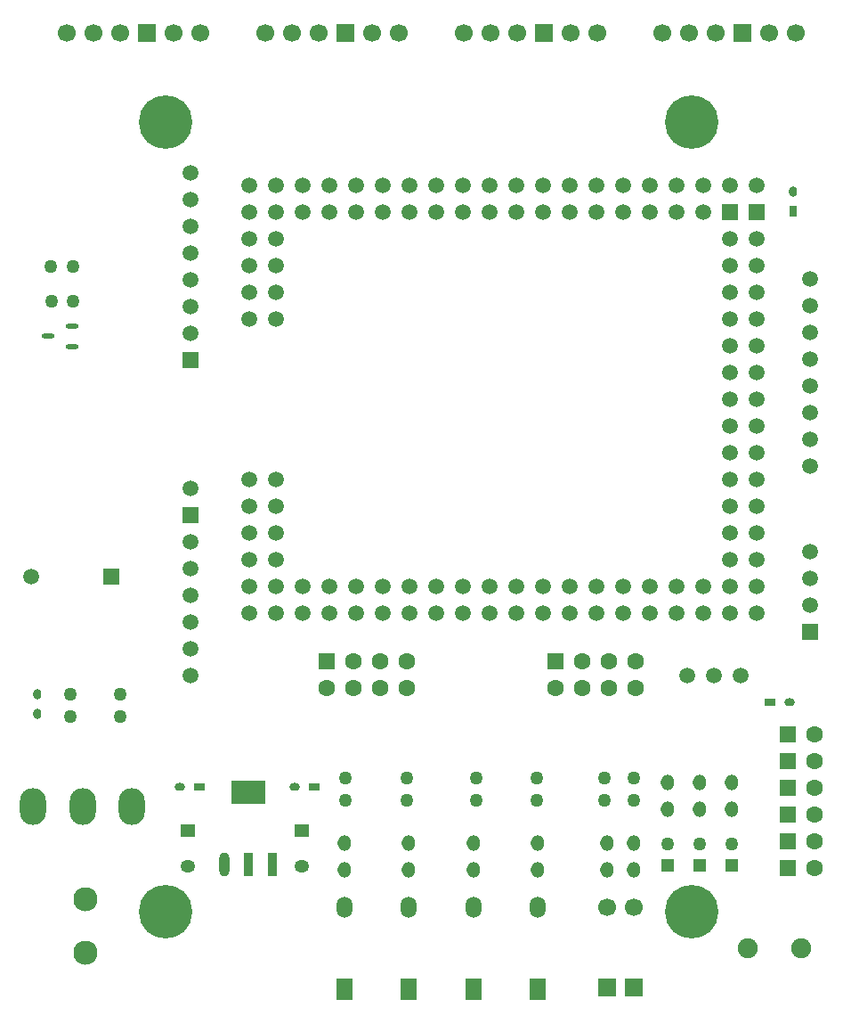
<source format=gbr>
%TF.GenerationSoftware,Altium Limited,Altium Designer,22.3.1 (43)*%
G04 Layer_Color=255*
%FSLAX26Y26*%
%MOIN*%
%TF.SameCoordinates,A6686B76-6886-4B69-866F-DC8958589E3E*%
%TF.FilePolarity,Positive*%
%TF.FileFunction,Pads,Top*%
%TF.Part,Single*%
G01*
G75*
%TA.AperFunction,SMDPad,CuDef*%
%ADD10O,0.050000X0.060000*%
%ADD11R,0.055118X0.047244*%
%ADD12O,0.055118X0.047244*%
%ADD13R,0.040000X0.030000*%
%ADD14O,0.040000X0.030000*%
%ADD15R,0.050000X0.050000*%
%ADD16C,0.050000*%
%ADD17R,0.030000X0.040000*%
%ADD18O,0.030000X0.040000*%
%ADD19O,0.037402X0.090551*%
%ADD20R,0.037402X0.090551*%
%ADD21R,0.129921X0.090551*%
%ADD22R,0.059055X0.078740*%
%ADD23O,0.059055X0.078740*%
%ADD24O,0.047244X0.019685*%
%TA.AperFunction,ComponentPad*%
%ADD29R,0.059055X0.059055*%
%ADD30C,0.059055*%
%ADD31R,0.059055X0.059055*%
%ADD32C,0.066929*%
%ADD33R,0.066929X0.066929*%
%ADD34C,0.200000*%
%ADD35R,0.062992X0.062992*%
%ADD36C,0.062992*%
%ADD37O,0.098425X0.137795*%
%ADD38C,0.090551*%
%ADD39C,0.074803*%
%ADD40R,0.062992X0.062992*%
D10*
X2595000Y775000D02*
D03*
Y875000D02*
D03*
X2250000Y550000D02*
D03*
Y650000D02*
D03*
X1750000Y550000D02*
D03*
Y650000D02*
D03*
X2715000Y775000D02*
D03*
Y875000D02*
D03*
X2475000D02*
D03*
Y775000D02*
D03*
X1505000Y550000D02*
D03*
Y650000D02*
D03*
X1265000Y550000D02*
D03*
Y650000D02*
D03*
X1990000Y550000D02*
D03*
Y650000D02*
D03*
X2350000Y550000D02*
D03*
Y650000D02*
D03*
D11*
X1105000Y696590D02*
D03*
X680000D02*
D03*
D12*
X1105000Y562732D02*
D03*
X680000D02*
D03*
D13*
X1151500Y860000D02*
D03*
X721500D02*
D03*
X2858500Y1175000D02*
D03*
D14*
X1078500Y860000D02*
D03*
X648500D02*
D03*
X2931500Y1175000D02*
D03*
D15*
X2595100Y565000D02*
D03*
X2715200D02*
D03*
X2475000D02*
D03*
D16*
X2594900Y647300D02*
D03*
X240200Y1122700D02*
D03*
X240000Y1205000D02*
D03*
X2240000Y892300D02*
D03*
X2240200Y810000D02*
D03*
X2715000Y647300D02*
D03*
X2474800D02*
D03*
X1499800Y892300D02*
D03*
X1500000Y810000D02*
D03*
X1270000Y892300D02*
D03*
X1270200Y810000D02*
D03*
X425000Y1205100D02*
D03*
X425200Y1122800D02*
D03*
X1760000Y892300D02*
D03*
X1760200Y810000D02*
D03*
X1984800Y892300D02*
D03*
X1985000Y810000D02*
D03*
X2350000Y892300D02*
D03*
X2350200Y810000D02*
D03*
X247300Y2805200D02*
D03*
X165000Y2805000D02*
D03*
X167700Y2674800D02*
D03*
X250000Y2675000D02*
D03*
D17*
X2945000Y3013500D02*
D03*
D18*
Y3086500D02*
D03*
X115000Y1206500D02*
D03*
Y1133500D02*
D03*
D19*
X814448Y570724D02*
D03*
D20*
X905000D02*
D03*
X995552D02*
D03*
D21*
X905000Y840724D02*
D03*
D22*
X1748334Y103480D02*
D03*
X1506666D02*
D03*
X1265000D02*
D03*
X1990000D02*
D03*
D23*
X1748334Y410566D02*
D03*
X1506666D02*
D03*
X1265000D02*
D03*
X1990000D02*
D03*
D24*
X245000Y2507598D02*
D03*
Y2582402D02*
D03*
X155000Y2545000D02*
D03*
D29*
X3010000Y1440000D02*
D03*
X690000Y1875000D02*
D03*
Y2455000D02*
D03*
D30*
X3010000Y1540000D02*
D03*
Y1640000D02*
D03*
Y1740000D02*
D03*
X91615Y1644999D02*
D03*
X690000Y1275000D02*
D03*
Y1375000D02*
D03*
Y1475000D02*
D03*
Y1575000D02*
D03*
Y1675000D02*
D03*
Y1775000D02*
D03*
Y1975000D02*
D03*
X2710000Y1610000D02*
D03*
Y1510000D02*
D03*
X2810000Y1610000D02*
D03*
Y1510000D02*
D03*
X2710000Y1710000D02*
D03*
X2810000D02*
D03*
X2710000Y1810000D02*
D03*
X2810000D02*
D03*
X2710000Y1910000D02*
D03*
X2810000D02*
D03*
X2710000Y2010000D02*
D03*
X2810000D02*
D03*
X2710000Y2110000D02*
D03*
X2810000D02*
D03*
X2710000Y2210000D02*
D03*
X2810000D02*
D03*
X2710000Y2310000D02*
D03*
X2810000D02*
D03*
X2710000Y2410000D02*
D03*
X2810000D02*
D03*
X2710000Y2510000D02*
D03*
X2810000D02*
D03*
X2710000Y2610000D02*
D03*
X2810000D02*
D03*
X2710000Y2710000D02*
D03*
X2810000D02*
D03*
X2710000Y2810000D02*
D03*
X2810000D02*
D03*
X2710000Y2910000D02*
D03*
X2810000D02*
D03*
X2610000Y1510000D02*
D03*
Y1610000D02*
D03*
X2510000Y1510000D02*
D03*
Y1610000D02*
D03*
X2410000Y1510000D02*
D03*
Y1610000D02*
D03*
X2310000Y1510000D02*
D03*
Y1610000D02*
D03*
X2210000Y1510000D02*
D03*
Y1610000D02*
D03*
X2110000Y1510000D02*
D03*
Y1610000D02*
D03*
X2010000Y1510000D02*
D03*
Y1610000D02*
D03*
X1910000Y1510000D02*
D03*
Y1610000D02*
D03*
X1810000Y1510000D02*
D03*
Y1610000D02*
D03*
X1710000Y1510000D02*
D03*
Y1610000D02*
D03*
X2510000Y3010000D02*
D03*
Y3110000D02*
D03*
X2610000Y3010000D02*
D03*
Y3110000D02*
D03*
X2710000D02*
D03*
X2810000D02*
D03*
X1610000Y1510000D02*
D03*
Y1610000D02*
D03*
X1510000Y1510000D02*
D03*
Y1610000D02*
D03*
X1410000Y1510000D02*
D03*
Y1610000D02*
D03*
X1310000Y1510000D02*
D03*
Y1610000D02*
D03*
X1210000Y1510000D02*
D03*
Y1610000D02*
D03*
X1110000Y1510000D02*
D03*
Y1610000D02*
D03*
X1010000Y1510000D02*
D03*
Y1610000D02*
D03*
X910000Y1510000D02*
D03*
Y1610000D02*
D03*
Y1710000D02*
D03*
X1010000D02*
D03*
X910000Y1810000D02*
D03*
X1010000D02*
D03*
X910000Y1910000D02*
D03*
X1010000D02*
D03*
X910000Y2010000D02*
D03*
X1010000D02*
D03*
Y2610000D02*
D03*
X910000D02*
D03*
X1010000Y2710000D02*
D03*
X910000D02*
D03*
X1010000Y2810000D02*
D03*
X910000D02*
D03*
X1010000Y2910000D02*
D03*
X910000D02*
D03*
Y3010000D02*
D03*
Y3110000D02*
D03*
X1010000Y3010000D02*
D03*
Y3110000D02*
D03*
X1110000Y3010000D02*
D03*
Y3110000D02*
D03*
X1210000Y3010000D02*
D03*
Y3110000D02*
D03*
X1310000Y3010000D02*
D03*
Y3110000D02*
D03*
X1410000Y3010000D02*
D03*
Y3110000D02*
D03*
X1510000Y3010000D02*
D03*
Y3110000D02*
D03*
X1610000Y3010000D02*
D03*
Y3110000D02*
D03*
X1710000Y3010000D02*
D03*
Y3110000D02*
D03*
X1810000Y3010000D02*
D03*
Y3110000D02*
D03*
X1910000Y3010000D02*
D03*
Y3110000D02*
D03*
X2010000Y3010000D02*
D03*
Y3110000D02*
D03*
X2110000Y3010000D02*
D03*
Y3110000D02*
D03*
X2210000Y3010000D02*
D03*
Y3110000D02*
D03*
X2310000Y3010000D02*
D03*
Y3110000D02*
D03*
X2410000Y3010000D02*
D03*
Y3110000D02*
D03*
X2750000Y1275000D02*
D03*
X2650000D02*
D03*
X2550000D02*
D03*
X690000Y2555000D02*
D03*
Y2655000D02*
D03*
Y2755000D02*
D03*
Y2855000D02*
D03*
Y2955000D02*
D03*
Y3055000D02*
D03*
Y3155000D02*
D03*
X3010000Y2060000D02*
D03*
Y2160000D02*
D03*
Y2260000D02*
D03*
Y2360000D02*
D03*
Y2460000D02*
D03*
Y2560000D02*
D03*
Y2660000D02*
D03*
Y2760000D02*
D03*
D31*
X390827Y1644999D02*
D03*
X2710000Y3010000D02*
D03*
X2810000D02*
D03*
D32*
X225000Y3680000D02*
D03*
X725000D02*
D03*
X625000D02*
D03*
X425000D02*
D03*
X325000D02*
D03*
X968334D02*
D03*
X1468334D02*
D03*
X1368334D02*
D03*
X1168334D02*
D03*
X1068334D02*
D03*
X1711666D02*
D03*
X2211666D02*
D03*
X2111666D02*
D03*
X1911666D02*
D03*
X1811666D02*
D03*
X2455000D02*
D03*
X2955000D02*
D03*
X2855000D02*
D03*
X2655000D02*
D03*
X2555000D02*
D03*
X2350000Y410000D02*
D03*
X2250000D02*
D03*
D33*
X525000Y3680000D02*
D03*
X1268334D02*
D03*
X2011666D02*
D03*
X2755000D02*
D03*
X2350000Y110000D02*
D03*
X2250000D02*
D03*
D34*
X2564704Y3346456D02*
D03*
X596200D02*
D03*
X2564704Y393700D02*
D03*
X596200D02*
D03*
D35*
X2925000Y1055000D02*
D03*
Y955000D02*
D03*
Y855000D02*
D03*
Y755000D02*
D03*
Y655000D02*
D03*
Y555000D02*
D03*
D36*
X3025000Y1055000D02*
D03*
Y955000D02*
D03*
Y855000D02*
D03*
Y755000D02*
D03*
Y655000D02*
D03*
Y555000D02*
D03*
X1200000Y1230000D02*
D03*
X1300000D02*
D03*
Y1330000D02*
D03*
X1400000Y1230000D02*
D03*
Y1330000D02*
D03*
X1500000D02*
D03*
Y1230000D02*
D03*
X2055000D02*
D03*
X2155000D02*
D03*
Y1330000D02*
D03*
X2255000Y1230000D02*
D03*
Y1330000D02*
D03*
X2355000D02*
D03*
Y1230000D02*
D03*
D37*
X100000Y785000D02*
D03*
X285040D02*
D03*
X470080D02*
D03*
D38*
X295000Y440000D02*
D03*
Y240000D02*
D03*
D39*
X2775000Y255000D02*
D03*
X2975000D02*
D03*
D40*
X1200000Y1330000D02*
D03*
X2055000D02*
D03*
%TF.MD5,8c211871a259bb503bb53209ea73d39d*%
M02*

</source>
